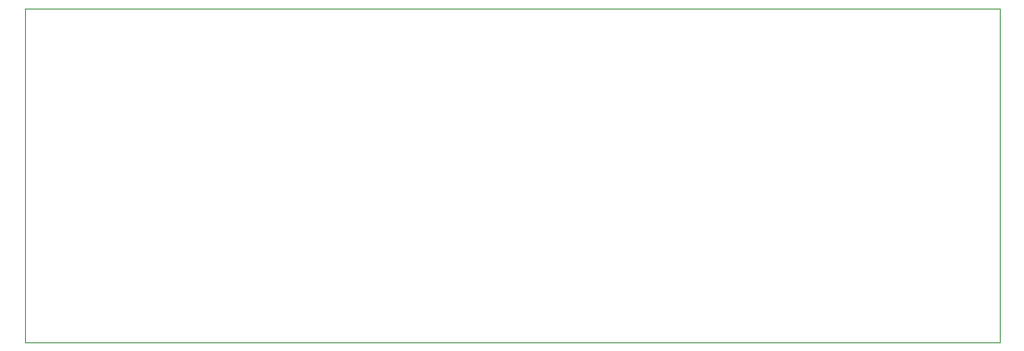
<source format=gm1>
G04 #@! TF.GenerationSoftware,KiCad,Pcbnew,(6.0.4)*
G04 #@! TF.CreationDate,2022-04-15T12:40:16+02:00*
G04 #@! TF.ProjectId,hernieuwdeBuffer_beide_groundplane,6865726e-6965-4757-9764-654275666665,rev?*
G04 #@! TF.SameCoordinates,Original*
G04 #@! TF.FileFunction,Profile,NP*
%FSLAX46Y46*%
G04 Gerber Fmt 4.6, Leading zero omitted, Abs format (unit mm)*
G04 Created by KiCad (PCBNEW (6.0.4)) date 2022-04-15 12:40:16*
%MOMM*%
%LPD*%
G01*
G04 APERTURE LIST*
G04 #@! TA.AperFunction,Profile*
%ADD10C,0.100000*%
G04 #@! TD*
G04 APERTURE END LIST*
D10*
X88300000Y-62980000D02*
X183870000Y-62980000D01*
X183870000Y-62980000D02*
X183870000Y-95750000D01*
X183870000Y-95750000D02*
X88300000Y-95750000D01*
X88300000Y-95750000D02*
X88300000Y-62980000D01*
M02*

</source>
